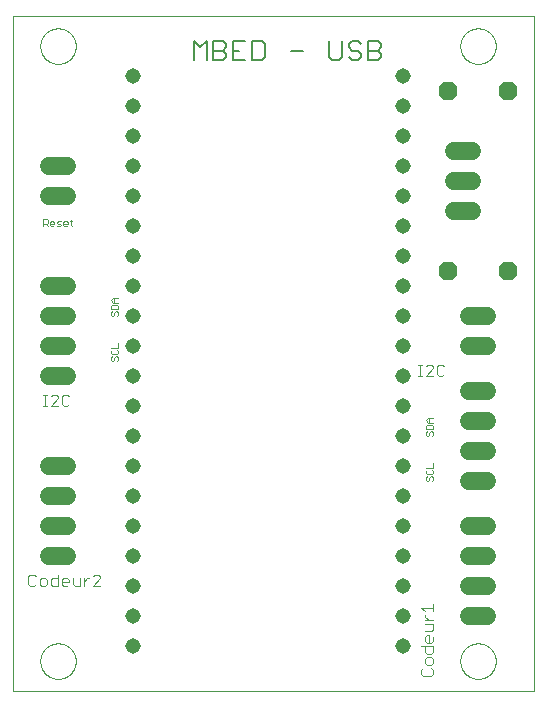
<source format=gtl>
G75*
%MOIN*%
%OFA0B0*%
%FSLAX25Y25*%
%IPPOS*%
%LPD*%
%AMOC8*
5,1,8,0,0,1.08239X$1,22.5*
%
%ADD10C,0.00000*%
%ADD11C,0.00600*%
%ADD12C,0.00300*%
%ADD13C,0.00200*%
%ADD14C,0.05937*%
%ADD15OC8,0.06300*%
%ADD16C,0.06000*%
%ADD17C,0.05150*%
D10*
X0006760Y0002000D02*
X0006760Y0226961D01*
X0180461Y0226961D01*
X0180461Y0002000D01*
X0006760Y0002000D01*
X0015854Y0012000D02*
X0015856Y0012153D01*
X0015862Y0012307D01*
X0015872Y0012460D01*
X0015886Y0012612D01*
X0015904Y0012765D01*
X0015926Y0012916D01*
X0015951Y0013067D01*
X0015981Y0013218D01*
X0016015Y0013368D01*
X0016052Y0013516D01*
X0016093Y0013664D01*
X0016138Y0013810D01*
X0016187Y0013956D01*
X0016240Y0014100D01*
X0016296Y0014242D01*
X0016356Y0014383D01*
X0016420Y0014523D01*
X0016487Y0014661D01*
X0016558Y0014797D01*
X0016633Y0014931D01*
X0016710Y0015063D01*
X0016792Y0015193D01*
X0016876Y0015321D01*
X0016964Y0015447D01*
X0017055Y0015570D01*
X0017149Y0015691D01*
X0017247Y0015809D01*
X0017347Y0015925D01*
X0017451Y0016038D01*
X0017557Y0016149D01*
X0017666Y0016257D01*
X0017778Y0016362D01*
X0017892Y0016463D01*
X0018010Y0016562D01*
X0018129Y0016658D01*
X0018251Y0016751D01*
X0018376Y0016840D01*
X0018503Y0016927D01*
X0018632Y0017009D01*
X0018763Y0017089D01*
X0018896Y0017165D01*
X0019031Y0017238D01*
X0019168Y0017307D01*
X0019307Y0017372D01*
X0019447Y0017434D01*
X0019589Y0017492D01*
X0019732Y0017547D01*
X0019877Y0017598D01*
X0020023Y0017645D01*
X0020170Y0017688D01*
X0020318Y0017727D01*
X0020467Y0017763D01*
X0020617Y0017794D01*
X0020768Y0017822D01*
X0020919Y0017846D01*
X0021072Y0017866D01*
X0021224Y0017882D01*
X0021377Y0017894D01*
X0021530Y0017902D01*
X0021683Y0017906D01*
X0021837Y0017906D01*
X0021990Y0017902D01*
X0022143Y0017894D01*
X0022296Y0017882D01*
X0022448Y0017866D01*
X0022601Y0017846D01*
X0022752Y0017822D01*
X0022903Y0017794D01*
X0023053Y0017763D01*
X0023202Y0017727D01*
X0023350Y0017688D01*
X0023497Y0017645D01*
X0023643Y0017598D01*
X0023788Y0017547D01*
X0023931Y0017492D01*
X0024073Y0017434D01*
X0024213Y0017372D01*
X0024352Y0017307D01*
X0024489Y0017238D01*
X0024624Y0017165D01*
X0024757Y0017089D01*
X0024888Y0017009D01*
X0025017Y0016927D01*
X0025144Y0016840D01*
X0025269Y0016751D01*
X0025391Y0016658D01*
X0025510Y0016562D01*
X0025628Y0016463D01*
X0025742Y0016362D01*
X0025854Y0016257D01*
X0025963Y0016149D01*
X0026069Y0016038D01*
X0026173Y0015925D01*
X0026273Y0015809D01*
X0026371Y0015691D01*
X0026465Y0015570D01*
X0026556Y0015447D01*
X0026644Y0015321D01*
X0026728Y0015193D01*
X0026810Y0015063D01*
X0026887Y0014931D01*
X0026962Y0014797D01*
X0027033Y0014661D01*
X0027100Y0014523D01*
X0027164Y0014383D01*
X0027224Y0014242D01*
X0027280Y0014100D01*
X0027333Y0013956D01*
X0027382Y0013810D01*
X0027427Y0013664D01*
X0027468Y0013516D01*
X0027505Y0013368D01*
X0027539Y0013218D01*
X0027569Y0013067D01*
X0027594Y0012916D01*
X0027616Y0012765D01*
X0027634Y0012612D01*
X0027648Y0012460D01*
X0027658Y0012307D01*
X0027664Y0012153D01*
X0027666Y0012000D01*
X0027664Y0011847D01*
X0027658Y0011693D01*
X0027648Y0011540D01*
X0027634Y0011388D01*
X0027616Y0011235D01*
X0027594Y0011084D01*
X0027569Y0010933D01*
X0027539Y0010782D01*
X0027505Y0010632D01*
X0027468Y0010484D01*
X0027427Y0010336D01*
X0027382Y0010190D01*
X0027333Y0010044D01*
X0027280Y0009900D01*
X0027224Y0009758D01*
X0027164Y0009617D01*
X0027100Y0009477D01*
X0027033Y0009339D01*
X0026962Y0009203D01*
X0026887Y0009069D01*
X0026810Y0008937D01*
X0026728Y0008807D01*
X0026644Y0008679D01*
X0026556Y0008553D01*
X0026465Y0008430D01*
X0026371Y0008309D01*
X0026273Y0008191D01*
X0026173Y0008075D01*
X0026069Y0007962D01*
X0025963Y0007851D01*
X0025854Y0007743D01*
X0025742Y0007638D01*
X0025628Y0007537D01*
X0025510Y0007438D01*
X0025391Y0007342D01*
X0025269Y0007249D01*
X0025144Y0007160D01*
X0025017Y0007073D01*
X0024888Y0006991D01*
X0024757Y0006911D01*
X0024624Y0006835D01*
X0024489Y0006762D01*
X0024352Y0006693D01*
X0024213Y0006628D01*
X0024073Y0006566D01*
X0023931Y0006508D01*
X0023788Y0006453D01*
X0023643Y0006402D01*
X0023497Y0006355D01*
X0023350Y0006312D01*
X0023202Y0006273D01*
X0023053Y0006237D01*
X0022903Y0006206D01*
X0022752Y0006178D01*
X0022601Y0006154D01*
X0022448Y0006134D01*
X0022296Y0006118D01*
X0022143Y0006106D01*
X0021990Y0006098D01*
X0021837Y0006094D01*
X0021683Y0006094D01*
X0021530Y0006098D01*
X0021377Y0006106D01*
X0021224Y0006118D01*
X0021072Y0006134D01*
X0020919Y0006154D01*
X0020768Y0006178D01*
X0020617Y0006206D01*
X0020467Y0006237D01*
X0020318Y0006273D01*
X0020170Y0006312D01*
X0020023Y0006355D01*
X0019877Y0006402D01*
X0019732Y0006453D01*
X0019589Y0006508D01*
X0019447Y0006566D01*
X0019307Y0006628D01*
X0019168Y0006693D01*
X0019031Y0006762D01*
X0018896Y0006835D01*
X0018763Y0006911D01*
X0018632Y0006991D01*
X0018503Y0007073D01*
X0018376Y0007160D01*
X0018251Y0007249D01*
X0018129Y0007342D01*
X0018010Y0007438D01*
X0017892Y0007537D01*
X0017778Y0007638D01*
X0017666Y0007743D01*
X0017557Y0007851D01*
X0017451Y0007962D01*
X0017347Y0008075D01*
X0017247Y0008191D01*
X0017149Y0008309D01*
X0017055Y0008430D01*
X0016964Y0008553D01*
X0016876Y0008679D01*
X0016792Y0008807D01*
X0016710Y0008937D01*
X0016633Y0009069D01*
X0016558Y0009203D01*
X0016487Y0009339D01*
X0016420Y0009477D01*
X0016356Y0009617D01*
X0016296Y0009758D01*
X0016240Y0009900D01*
X0016187Y0010044D01*
X0016138Y0010190D01*
X0016093Y0010336D01*
X0016052Y0010484D01*
X0016015Y0010632D01*
X0015981Y0010782D01*
X0015951Y0010933D01*
X0015926Y0011084D01*
X0015904Y0011235D01*
X0015886Y0011388D01*
X0015872Y0011540D01*
X0015862Y0011693D01*
X0015856Y0011847D01*
X0015854Y0012000D01*
X0155854Y0012000D02*
X0155856Y0012153D01*
X0155862Y0012307D01*
X0155872Y0012460D01*
X0155886Y0012612D01*
X0155904Y0012765D01*
X0155926Y0012916D01*
X0155951Y0013067D01*
X0155981Y0013218D01*
X0156015Y0013368D01*
X0156052Y0013516D01*
X0156093Y0013664D01*
X0156138Y0013810D01*
X0156187Y0013956D01*
X0156240Y0014100D01*
X0156296Y0014242D01*
X0156356Y0014383D01*
X0156420Y0014523D01*
X0156487Y0014661D01*
X0156558Y0014797D01*
X0156633Y0014931D01*
X0156710Y0015063D01*
X0156792Y0015193D01*
X0156876Y0015321D01*
X0156964Y0015447D01*
X0157055Y0015570D01*
X0157149Y0015691D01*
X0157247Y0015809D01*
X0157347Y0015925D01*
X0157451Y0016038D01*
X0157557Y0016149D01*
X0157666Y0016257D01*
X0157778Y0016362D01*
X0157892Y0016463D01*
X0158010Y0016562D01*
X0158129Y0016658D01*
X0158251Y0016751D01*
X0158376Y0016840D01*
X0158503Y0016927D01*
X0158632Y0017009D01*
X0158763Y0017089D01*
X0158896Y0017165D01*
X0159031Y0017238D01*
X0159168Y0017307D01*
X0159307Y0017372D01*
X0159447Y0017434D01*
X0159589Y0017492D01*
X0159732Y0017547D01*
X0159877Y0017598D01*
X0160023Y0017645D01*
X0160170Y0017688D01*
X0160318Y0017727D01*
X0160467Y0017763D01*
X0160617Y0017794D01*
X0160768Y0017822D01*
X0160919Y0017846D01*
X0161072Y0017866D01*
X0161224Y0017882D01*
X0161377Y0017894D01*
X0161530Y0017902D01*
X0161683Y0017906D01*
X0161837Y0017906D01*
X0161990Y0017902D01*
X0162143Y0017894D01*
X0162296Y0017882D01*
X0162448Y0017866D01*
X0162601Y0017846D01*
X0162752Y0017822D01*
X0162903Y0017794D01*
X0163053Y0017763D01*
X0163202Y0017727D01*
X0163350Y0017688D01*
X0163497Y0017645D01*
X0163643Y0017598D01*
X0163788Y0017547D01*
X0163931Y0017492D01*
X0164073Y0017434D01*
X0164213Y0017372D01*
X0164352Y0017307D01*
X0164489Y0017238D01*
X0164624Y0017165D01*
X0164757Y0017089D01*
X0164888Y0017009D01*
X0165017Y0016927D01*
X0165144Y0016840D01*
X0165269Y0016751D01*
X0165391Y0016658D01*
X0165510Y0016562D01*
X0165628Y0016463D01*
X0165742Y0016362D01*
X0165854Y0016257D01*
X0165963Y0016149D01*
X0166069Y0016038D01*
X0166173Y0015925D01*
X0166273Y0015809D01*
X0166371Y0015691D01*
X0166465Y0015570D01*
X0166556Y0015447D01*
X0166644Y0015321D01*
X0166728Y0015193D01*
X0166810Y0015063D01*
X0166887Y0014931D01*
X0166962Y0014797D01*
X0167033Y0014661D01*
X0167100Y0014523D01*
X0167164Y0014383D01*
X0167224Y0014242D01*
X0167280Y0014100D01*
X0167333Y0013956D01*
X0167382Y0013810D01*
X0167427Y0013664D01*
X0167468Y0013516D01*
X0167505Y0013368D01*
X0167539Y0013218D01*
X0167569Y0013067D01*
X0167594Y0012916D01*
X0167616Y0012765D01*
X0167634Y0012612D01*
X0167648Y0012460D01*
X0167658Y0012307D01*
X0167664Y0012153D01*
X0167666Y0012000D01*
X0167664Y0011847D01*
X0167658Y0011693D01*
X0167648Y0011540D01*
X0167634Y0011388D01*
X0167616Y0011235D01*
X0167594Y0011084D01*
X0167569Y0010933D01*
X0167539Y0010782D01*
X0167505Y0010632D01*
X0167468Y0010484D01*
X0167427Y0010336D01*
X0167382Y0010190D01*
X0167333Y0010044D01*
X0167280Y0009900D01*
X0167224Y0009758D01*
X0167164Y0009617D01*
X0167100Y0009477D01*
X0167033Y0009339D01*
X0166962Y0009203D01*
X0166887Y0009069D01*
X0166810Y0008937D01*
X0166728Y0008807D01*
X0166644Y0008679D01*
X0166556Y0008553D01*
X0166465Y0008430D01*
X0166371Y0008309D01*
X0166273Y0008191D01*
X0166173Y0008075D01*
X0166069Y0007962D01*
X0165963Y0007851D01*
X0165854Y0007743D01*
X0165742Y0007638D01*
X0165628Y0007537D01*
X0165510Y0007438D01*
X0165391Y0007342D01*
X0165269Y0007249D01*
X0165144Y0007160D01*
X0165017Y0007073D01*
X0164888Y0006991D01*
X0164757Y0006911D01*
X0164624Y0006835D01*
X0164489Y0006762D01*
X0164352Y0006693D01*
X0164213Y0006628D01*
X0164073Y0006566D01*
X0163931Y0006508D01*
X0163788Y0006453D01*
X0163643Y0006402D01*
X0163497Y0006355D01*
X0163350Y0006312D01*
X0163202Y0006273D01*
X0163053Y0006237D01*
X0162903Y0006206D01*
X0162752Y0006178D01*
X0162601Y0006154D01*
X0162448Y0006134D01*
X0162296Y0006118D01*
X0162143Y0006106D01*
X0161990Y0006098D01*
X0161837Y0006094D01*
X0161683Y0006094D01*
X0161530Y0006098D01*
X0161377Y0006106D01*
X0161224Y0006118D01*
X0161072Y0006134D01*
X0160919Y0006154D01*
X0160768Y0006178D01*
X0160617Y0006206D01*
X0160467Y0006237D01*
X0160318Y0006273D01*
X0160170Y0006312D01*
X0160023Y0006355D01*
X0159877Y0006402D01*
X0159732Y0006453D01*
X0159589Y0006508D01*
X0159447Y0006566D01*
X0159307Y0006628D01*
X0159168Y0006693D01*
X0159031Y0006762D01*
X0158896Y0006835D01*
X0158763Y0006911D01*
X0158632Y0006991D01*
X0158503Y0007073D01*
X0158376Y0007160D01*
X0158251Y0007249D01*
X0158129Y0007342D01*
X0158010Y0007438D01*
X0157892Y0007537D01*
X0157778Y0007638D01*
X0157666Y0007743D01*
X0157557Y0007851D01*
X0157451Y0007962D01*
X0157347Y0008075D01*
X0157247Y0008191D01*
X0157149Y0008309D01*
X0157055Y0008430D01*
X0156964Y0008553D01*
X0156876Y0008679D01*
X0156792Y0008807D01*
X0156710Y0008937D01*
X0156633Y0009069D01*
X0156558Y0009203D01*
X0156487Y0009339D01*
X0156420Y0009477D01*
X0156356Y0009617D01*
X0156296Y0009758D01*
X0156240Y0009900D01*
X0156187Y0010044D01*
X0156138Y0010190D01*
X0156093Y0010336D01*
X0156052Y0010484D01*
X0156015Y0010632D01*
X0155981Y0010782D01*
X0155951Y0010933D01*
X0155926Y0011084D01*
X0155904Y0011235D01*
X0155886Y0011388D01*
X0155872Y0011540D01*
X0155862Y0011693D01*
X0155856Y0011847D01*
X0155854Y0012000D01*
X0155854Y0217000D02*
X0155856Y0217153D01*
X0155862Y0217307D01*
X0155872Y0217460D01*
X0155886Y0217612D01*
X0155904Y0217765D01*
X0155926Y0217916D01*
X0155951Y0218067D01*
X0155981Y0218218D01*
X0156015Y0218368D01*
X0156052Y0218516D01*
X0156093Y0218664D01*
X0156138Y0218810D01*
X0156187Y0218956D01*
X0156240Y0219100D01*
X0156296Y0219242D01*
X0156356Y0219383D01*
X0156420Y0219523D01*
X0156487Y0219661D01*
X0156558Y0219797D01*
X0156633Y0219931D01*
X0156710Y0220063D01*
X0156792Y0220193D01*
X0156876Y0220321D01*
X0156964Y0220447D01*
X0157055Y0220570D01*
X0157149Y0220691D01*
X0157247Y0220809D01*
X0157347Y0220925D01*
X0157451Y0221038D01*
X0157557Y0221149D01*
X0157666Y0221257D01*
X0157778Y0221362D01*
X0157892Y0221463D01*
X0158010Y0221562D01*
X0158129Y0221658D01*
X0158251Y0221751D01*
X0158376Y0221840D01*
X0158503Y0221927D01*
X0158632Y0222009D01*
X0158763Y0222089D01*
X0158896Y0222165D01*
X0159031Y0222238D01*
X0159168Y0222307D01*
X0159307Y0222372D01*
X0159447Y0222434D01*
X0159589Y0222492D01*
X0159732Y0222547D01*
X0159877Y0222598D01*
X0160023Y0222645D01*
X0160170Y0222688D01*
X0160318Y0222727D01*
X0160467Y0222763D01*
X0160617Y0222794D01*
X0160768Y0222822D01*
X0160919Y0222846D01*
X0161072Y0222866D01*
X0161224Y0222882D01*
X0161377Y0222894D01*
X0161530Y0222902D01*
X0161683Y0222906D01*
X0161837Y0222906D01*
X0161990Y0222902D01*
X0162143Y0222894D01*
X0162296Y0222882D01*
X0162448Y0222866D01*
X0162601Y0222846D01*
X0162752Y0222822D01*
X0162903Y0222794D01*
X0163053Y0222763D01*
X0163202Y0222727D01*
X0163350Y0222688D01*
X0163497Y0222645D01*
X0163643Y0222598D01*
X0163788Y0222547D01*
X0163931Y0222492D01*
X0164073Y0222434D01*
X0164213Y0222372D01*
X0164352Y0222307D01*
X0164489Y0222238D01*
X0164624Y0222165D01*
X0164757Y0222089D01*
X0164888Y0222009D01*
X0165017Y0221927D01*
X0165144Y0221840D01*
X0165269Y0221751D01*
X0165391Y0221658D01*
X0165510Y0221562D01*
X0165628Y0221463D01*
X0165742Y0221362D01*
X0165854Y0221257D01*
X0165963Y0221149D01*
X0166069Y0221038D01*
X0166173Y0220925D01*
X0166273Y0220809D01*
X0166371Y0220691D01*
X0166465Y0220570D01*
X0166556Y0220447D01*
X0166644Y0220321D01*
X0166728Y0220193D01*
X0166810Y0220063D01*
X0166887Y0219931D01*
X0166962Y0219797D01*
X0167033Y0219661D01*
X0167100Y0219523D01*
X0167164Y0219383D01*
X0167224Y0219242D01*
X0167280Y0219100D01*
X0167333Y0218956D01*
X0167382Y0218810D01*
X0167427Y0218664D01*
X0167468Y0218516D01*
X0167505Y0218368D01*
X0167539Y0218218D01*
X0167569Y0218067D01*
X0167594Y0217916D01*
X0167616Y0217765D01*
X0167634Y0217612D01*
X0167648Y0217460D01*
X0167658Y0217307D01*
X0167664Y0217153D01*
X0167666Y0217000D01*
X0167664Y0216847D01*
X0167658Y0216693D01*
X0167648Y0216540D01*
X0167634Y0216388D01*
X0167616Y0216235D01*
X0167594Y0216084D01*
X0167569Y0215933D01*
X0167539Y0215782D01*
X0167505Y0215632D01*
X0167468Y0215484D01*
X0167427Y0215336D01*
X0167382Y0215190D01*
X0167333Y0215044D01*
X0167280Y0214900D01*
X0167224Y0214758D01*
X0167164Y0214617D01*
X0167100Y0214477D01*
X0167033Y0214339D01*
X0166962Y0214203D01*
X0166887Y0214069D01*
X0166810Y0213937D01*
X0166728Y0213807D01*
X0166644Y0213679D01*
X0166556Y0213553D01*
X0166465Y0213430D01*
X0166371Y0213309D01*
X0166273Y0213191D01*
X0166173Y0213075D01*
X0166069Y0212962D01*
X0165963Y0212851D01*
X0165854Y0212743D01*
X0165742Y0212638D01*
X0165628Y0212537D01*
X0165510Y0212438D01*
X0165391Y0212342D01*
X0165269Y0212249D01*
X0165144Y0212160D01*
X0165017Y0212073D01*
X0164888Y0211991D01*
X0164757Y0211911D01*
X0164624Y0211835D01*
X0164489Y0211762D01*
X0164352Y0211693D01*
X0164213Y0211628D01*
X0164073Y0211566D01*
X0163931Y0211508D01*
X0163788Y0211453D01*
X0163643Y0211402D01*
X0163497Y0211355D01*
X0163350Y0211312D01*
X0163202Y0211273D01*
X0163053Y0211237D01*
X0162903Y0211206D01*
X0162752Y0211178D01*
X0162601Y0211154D01*
X0162448Y0211134D01*
X0162296Y0211118D01*
X0162143Y0211106D01*
X0161990Y0211098D01*
X0161837Y0211094D01*
X0161683Y0211094D01*
X0161530Y0211098D01*
X0161377Y0211106D01*
X0161224Y0211118D01*
X0161072Y0211134D01*
X0160919Y0211154D01*
X0160768Y0211178D01*
X0160617Y0211206D01*
X0160467Y0211237D01*
X0160318Y0211273D01*
X0160170Y0211312D01*
X0160023Y0211355D01*
X0159877Y0211402D01*
X0159732Y0211453D01*
X0159589Y0211508D01*
X0159447Y0211566D01*
X0159307Y0211628D01*
X0159168Y0211693D01*
X0159031Y0211762D01*
X0158896Y0211835D01*
X0158763Y0211911D01*
X0158632Y0211991D01*
X0158503Y0212073D01*
X0158376Y0212160D01*
X0158251Y0212249D01*
X0158129Y0212342D01*
X0158010Y0212438D01*
X0157892Y0212537D01*
X0157778Y0212638D01*
X0157666Y0212743D01*
X0157557Y0212851D01*
X0157451Y0212962D01*
X0157347Y0213075D01*
X0157247Y0213191D01*
X0157149Y0213309D01*
X0157055Y0213430D01*
X0156964Y0213553D01*
X0156876Y0213679D01*
X0156792Y0213807D01*
X0156710Y0213937D01*
X0156633Y0214069D01*
X0156558Y0214203D01*
X0156487Y0214339D01*
X0156420Y0214477D01*
X0156356Y0214617D01*
X0156296Y0214758D01*
X0156240Y0214900D01*
X0156187Y0215044D01*
X0156138Y0215190D01*
X0156093Y0215336D01*
X0156052Y0215484D01*
X0156015Y0215632D01*
X0155981Y0215782D01*
X0155951Y0215933D01*
X0155926Y0216084D01*
X0155904Y0216235D01*
X0155886Y0216388D01*
X0155872Y0216540D01*
X0155862Y0216693D01*
X0155856Y0216847D01*
X0155854Y0217000D01*
X0015854Y0217000D02*
X0015856Y0217153D01*
X0015862Y0217307D01*
X0015872Y0217460D01*
X0015886Y0217612D01*
X0015904Y0217765D01*
X0015926Y0217916D01*
X0015951Y0218067D01*
X0015981Y0218218D01*
X0016015Y0218368D01*
X0016052Y0218516D01*
X0016093Y0218664D01*
X0016138Y0218810D01*
X0016187Y0218956D01*
X0016240Y0219100D01*
X0016296Y0219242D01*
X0016356Y0219383D01*
X0016420Y0219523D01*
X0016487Y0219661D01*
X0016558Y0219797D01*
X0016633Y0219931D01*
X0016710Y0220063D01*
X0016792Y0220193D01*
X0016876Y0220321D01*
X0016964Y0220447D01*
X0017055Y0220570D01*
X0017149Y0220691D01*
X0017247Y0220809D01*
X0017347Y0220925D01*
X0017451Y0221038D01*
X0017557Y0221149D01*
X0017666Y0221257D01*
X0017778Y0221362D01*
X0017892Y0221463D01*
X0018010Y0221562D01*
X0018129Y0221658D01*
X0018251Y0221751D01*
X0018376Y0221840D01*
X0018503Y0221927D01*
X0018632Y0222009D01*
X0018763Y0222089D01*
X0018896Y0222165D01*
X0019031Y0222238D01*
X0019168Y0222307D01*
X0019307Y0222372D01*
X0019447Y0222434D01*
X0019589Y0222492D01*
X0019732Y0222547D01*
X0019877Y0222598D01*
X0020023Y0222645D01*
X0020170Y0222688D01*
X0020318Y0222727D01*
X0020467Y0222763D01*
X0020617Y0222794D01*
X0020768Y0222822D01*
X0020919Y0222846D01*
X0021072Y0222866D01*
X0021224Y0222882D01*
X0021377Y0222894D01*
X0021530Y0222902D01*
X0021683Y0222906D01*
X0021837Y0222906D01*
X0021990Y0222902D01*
X0022143Y0222894D01*
X0022296Y0222882D01*
X0022448Y0222866D01*
X0022601Y0222846D01*
X0022752Y0222822D01*
X0022903Y0222794D01*
X0023053Y0222763D01*
X0023202Y0222727D01*
X0023350Y0222688D01*
X0023497Y0222645D01*
X0023643Y0222598D01*
X0023788Y0222547D01*
X0023931Y0222492D01*
X0024073Y0222434D01*
X0024213Y0222372D01*
X0024352Y0222307D01*
X0024489Y0222238D01*
X0024624Y0222165D01*
X0024757Y0222089D01*
X0024888Y0222009D01*
X0025017Y0221927D01*
X0025144Y0221840D01*
X0025269Y0221751D01*
X0025391Y0221658D01*
X0025510Y0221562D01*
X0025628Y0221463D01*
X0025742Y0221362D01*
X0025854Y0221257D01*
X0025963Y0221149D01*
X0026069Y0221038D01*
X0026173Y0220925D01*
X0026273Y0220809D01*
X0026371Y0220691D01*
X0026465Y0220570D01*
X0026556Y0220447D01*
X0026644Y0220321D01*
X0026728Y0220193D01*
X0026810Y0220063D01*
X0026887Y0219931D01*
X0026962Y0219797D01*
X0027033Y0219661D01*
X0027100Y0219523D01*
X0027164Y0219383D01*
X0027224Y0219242D01*
X0027280Y0219100D01*
X0027333Y0218956D01*
X0027382Y0218810D01*
X0027427Y0218664D01*
X0027468Y0218516D01*
X0027505Y0218368D01*
X0027539Y0218218D01*
X0027569Y0218067D01*
X0027594Y0217916D01*
X0027616Y0217765D01*
X0027634Y0217612D01*
X0027648Y0217460D01*
X0027658Y0217307D01*
X0027664Y0217153D01*
X0027666Y0217000D01*
X0027664Y0216847D01*
X0027658Y0216693D01*
X0027648Y0216540D01*
X0027634Y0216388D01*
X0027616Y0216235D01*
X0027594Y0216084D01*
X0027569Y0215933D01*
X0027539Y0215782D01*
X0027505Y0215632D01*
X0027468Y0215484D01*
X0027427Y0215336D01*
X0027382Y0215190D01*
X0027333Y0215044D01*
X0027280Y0214900D01*
X0027224Y0214758D01*
X0027164Y0214617D01*
X0027100Y0214477D01*
X0027033Y0214339D01*
X0026962Y0214203D01*
X0026887Y0214069D01*
X0026810Y0213937D01*
X0026728Y0213807D01*
X0026644Y0213679D01*
X0026556Y0213553D01*
X0026465Y0213430D01*
X0026371Y0213309D01*
X0026273Y0213191D01*
X0026173Y0213075D01*
X0026069Y0212962D01*
X0025963Y0212851D01*
X0025854Y0212743D01*
X0025742Y0212638D01*
X0025628Y0212537D01*
X0025510Y0212438D01*
X0025391Y0212342D01*
X0025269Y0212249D01*
X0025144Y0212160D01*
X0025017Y0212073D01*
X0024888Y0211991D01*
X0024757Y0211911D01*
X0024624Y0211835D01*
X0024489Y0211762D01*
X0024352Y0211693D01*
X0024213Y0211628D01*
X0024073Y0211566D01*
X0023931Y0211508D01*
X0023788Y0211453D01*
X0023643Y0211402D01*
X0023497Y0211355D01*
X0023350Y0211312D01*
X0023202Y0211273D01*
X0023053Y0211237D01*
X0022903Y0211206D01*
X0022752Y0211178D01*
X0022601Y0211154D01*
X0022448Y0211134D01*
X0022296Y0211118D01*
X0022143Y0211106D01*
X0021990Y0211098D01*
X0021837Y0211094D01*
X0021683Y0211094D01*
X0021530Y0211098D01*
X0021377Y0211106D01*
X0021224Y0211118D01*
X0021072Y0211134D01*
X0020919Y0211154D01*
X0020768Y0211178D01*
X0020617Y0211206D01*
X0020467Y0211237D01*
X0020318Y0211273D01*
X0020170Y0211312D01*
X0020023Y0211355D01*
X0019877Y0211402D01*
X0019732Y0211453D01*
X0019589Y0211508D01*
X0019447Y0211566D01*
X0019307Y0211628D01*
X0019168Y0211693D01*
X0019031Y0211762D01*
X0018896Y0211835D01*
X0018763Y0211911D01*
X0018632Y0211991D01*
X0018503Y0212073D01*
X0018376Y0212160D01*
X0018251Y0212249D01*
X0018129Y0212342D01*
X0018010Y0212438D01*
X0017892Y0212537D01*
X0017778Y0212638D01*
X0017666Y0212743D01*
X0017557Y0212851D01*
X0017451Y0212962D01*
X0017347Y0213075D01*
X0017247Y0213191D01*
X0017149Y0213309D01*
X0017055Y0213430D01*
X0016964Y0213553D01*
X0016876Y0213679D01*
X0016792Y0213807D01*
X0016710Y0213937D01*
X0016633Y0214069D01*
X0016558Y0214203D01*
X0016487Y0214339D01*
X0016420Y0214477D01*
X0016356Y0214617D01*
X0016296Y0214758D01*
X0016240Y0214900D01*
X0016187Y0215044D01*
X0016138Y0215190D01*
X0016093Y0215336D01*
X0016052Y0215484D01*
X0016015Y0215632D01*
X0015981Y0215782D01*
X0015951Y0215933D01*
X0015926Y0216084D01*
X0015904Y0216235D01*
X0015886Y0216388D01*
X0015872Y0216540D01*
X0015862Y0216693D01*
X0015856Y0216847D01*
X0015854Y0217000D01*
D11*
X0067060Y0218705D02*
X0067060Y0212300D01*
X0071330Y0212300D02*
X0071330Y0218705D01*
X0069195Y0216570D01*
X0067060Y0218705D01*
X0073505Y0218705D02*
X0073505Y0212300D01*
X0076708Y0212300D01*
X0077776Y0213368D01*
X0077776Y0214435D01*
X0076708Y0215503D01*
X0073505Y0215503D01*
X0073505Y0218705D02*
X0076708Y0218705D01*
X0077776Y0217638D01*
X0077776Y0216570D01*
X0076708Y0215503D01*
X0079951Y0215503D02*
X0082086Y0215503D01*
X0079951Y0218705D02*
X0079951Y0212300D01*
X0084221Y0212300D01*
X0086396Y0212300D02*
X0089599Y0212300D01*
X0090667Y0213368D01*
X0090667Y0217638D01*
X0089599Y0218705D01*
X0086396Y0218705D01*
X0086396Y0212300D01*
X0084221Y0218705D02*
X0079951Y0218705D01*
X0099287Y0215503D02*
X0103558Y0215503D01*
X0112178Y0213368D02*
X0113246Y0212300D01*
X0115381Y0212300D01*
X0116449Y0213368D01*
X0116449Y0218705D01*
X0118624Y0217638D02*
X0118624Y0216570D01*
X0119692Y0215503D01*
X0121827Y0215503D01*
X0122894Y0214435D01*
X0122894Y0213368D01*
X0121827Y0212300D01*
X0119692Y0212300D01*
X0118624Y0213368D01*
X0118624Y0217638D02*
X0119692Y0218705D01*
X0121827Y0218705D01*
X0122894Y0217638D01*
X0125069Y0218705D02*
X0128272Y0218705D01*
X0129340Y0217638D01*
X0129340Y0216570D01*
X0128272Y0215503D01*
X0125069Y0215503D01*
X0125069Y0218705D02*
X0125069Y0212300D01*
X0128272Y0212300D01*
X0129340Y0213368D01*
X0129340Y0214435D01*
X0128272Y0215503D01*
X0112178Y0213368D02*
X0112178Y0218705D01*
D12*
X0141910Y0110853D02*
X0143144Y0110853D01*
X0142527Y0110853D02*
X0142527Y0107150D01*
X0141910Y0107150D02*
X0143144Y0107150D01*
X0144365Y0107150D02*
X0146834Y0109619D01*
X0146834Y0110236D01*
X0146217Y0110853D01*
X0144983Y0110853D01*
X0144365Y0110236D01*
X0144365Y0107150D02*
X0146834Y0107150D01*
X0148049Y0107767D02*
X0148049Y0110236D01*
X0148666Y0110853D01*
X0149900Y0110853D01*
X0150517Y0110236D01*
X0150517Y0107767D02*
X0149900Y0107150D01*
X0148666Y0107150D01*
X0148049Y0107767D01*
X0146610Y0031104D02*
X0146610Y0028635D01*
X0146610Y0029869D02*
X0142907Y0029869D01*
X0144141Y0028635D01*
X0144141Y0027417D02*
X0144141Y0026800D01*
X0145376Y0025566D01*
X0146610Y0025566D02*
X0144141Y0025566D01*
X0144141Y0024351D02*
X0146610Y0024351D01*
X0146610Y0022500D01*
X0145993Y0021883D01*
X0144141Y0021883D01*
X0144758Y0020668D02*
X0145376Y0020668D01*
X0145376Y0018199D01*
X0145993Y0018199D02*
X0144758Y0018199D01*
X0144141Y0018817D01*
X0144141Y0020051D01*
X0144758Y0020668D01*
X0146610Y0020051D02*
X0146610Y0018817D01*
X0145993Y0018199D01*
X0146610Y0016985D02*
X0146610Y0015133D01*
X0145993Y0014516D01*
X0144758Y0014516D01*
X0144141Y0015133D01*
X0144141Y0016985D01*
X0142907Y0016985D02*
X0146610Y0016985D01*
X0145993Y0013302D02*
X0144758Y0013302D01*
X0144141Y0012685D01*
X0144141Y0011450D01*
X0144758Y0010833D01*
X0145993Y0010833D01*
X0146610Y0011450D01*
X0146610Y0012685D01*
X0145993Y0013302D01*
X0145993Y0009619D02*
X0146610Y0009002D01*
X0146610Y0007767D01*
X0145993Y0007150D01*
X0143524Y0007150D01*
X0142907Y0007767D01*
X0142907Y0009002D01*
X0143524Y0009619D01*
X0035864Y0037150D02*
X0033395Y0037150D01*
X0035864Y0039619D01*
X0035864Y0040236D01*
X0035247Y0040853D01*
X0034012Y0040853D01*
X0033395Y0040236D01*
X0032177Y0039619D02*
X0031560Y0039619D01*
X0030326Y0038384D01*
X0030326Y0037150D02*
X0030326Y0039619D01*
X0029111Y0039619D02*
X0029111Y0037150D01*
X0027260Y0037150D01*
X0026643Y0037767D01*
X0026643Y0039619D01*
X0025428Y0039002D02*
X0025428Y0038384D01*
X0022959Y0038384D01*
X0022959Y0037767D02*
X0022959Y0039002D01*
X0023577Y0039619D01*
X0024811Y0039619D01*
X0025428Y0039002D01*
X0024811Y0037150D02*
X0023577Y0037150D01*
X0022959Y0037767D01*
X0021745Y0037150D02*
X0021745Y0040853D01*
X0021745Y0039619D02*
X0019893Y0039619D01*
X0019276Y0039002D01*
X0019276Y0037767D01*
X0019893Y0037150D01*
X0021745Y0037150D01*
X0018062Y0037767D02*
X0018062Y0039002D01*
X0017445Y0039619D01*
X0016210Y0039619D01*
X0015593Y0039002D01*
X0015593Y0037767D01*
X0016210Y0037150D01*
X0017445Y0037150D01*
X0018062Y0037767D01*
X0014379Y0037767D02*
X0013762Y0037150D01*
X0012527Y0037150D01*
X0011910Y0037767D01*
X0011910Y0040236D01*
X0012527Y0040853D01*
X0013762Y0040853D01*
X0014379Y0040236D01*
X0016910Y0097150D02*
X0018144Y0097150D01*
X0017527Y0097150D02*
X0017527Y0100853D01*
X0016910Y0100853D02*
X0018144Y0100853D01*
X0019365Y0100236D02*
X0019983Y0100853D01*
X0021217Y0100853D01*
X0021834Y0100236D01*
X0021834Y0099619D01*
X0019365Y0097150D01*
X0021834Y0097150D01*
X0023049Y0097767D02*
X0023049Y0100236D01*
X0023666Y0100853D01*
X0024900Y0100853D01*
X0025517Y0100236D01*
X0025517Y0097767D02*
X0024900Y0097150D01*
X0023666Y0097150D01*
X0023049Y0097767D01*
D13*
X0039458Y0112467D02*
X0039825Y0112100D01*
X0040192Y0112100D01*
X0040559Y0112467D01*
X0040559Y0113201D01*
X0040926Y0113568D01*
X0041293Y0113568D01*
X0041660Y0113201D01*
X0041660Y0112467D01*
X0041293Y0112100D01*
X0039458Y0112467D02*
X0039458Y0113201D01*
X0039825Y0113568D01*
X0039825Y0114310D02*
X0041293Y0114310D01*
X0041660Y0114677D01*
X0041660Y0115411D01*
X0041293Y0115778D01*
X0041660Y0116520D02*
X0041660Y0117988D01*
X0041660Y0116520D02*
X0039458Y0116520D01*
X0039825Y0115778D02*
X0039458Y0115411D01*
X0039458Y0114677D01*
X0039825Y0114310D01*
X0039825Y0127100D02*
X0040192Y0127100D01*
X0040559Y0127467D01*
X0040559Y0128201D01*
X0040926Y0128568D01*
X0041293Y0128568D01*
X0041660Y0128201D01*
X0041660Y0127467D01*
X0041293Y0127100D01*
X0039825Y0127100D02*
X0039458Y0127467D01*
X0039458Y0128201D01*
X0039825Y0128568D01*
X0039458Y0129310D02*
X0039458Y0130411D01*
X0039825Y0130778D01*
X0041293Y0130778D01*
X0041660Y0130411D01*
X0041660Y0129310D01*
X0039458Y0129310D01*
X0040192Y0131520D02*
X0039458Y0132254D01*
X0040192Y0132988D01*
X0041660Y0132988D01*
X0040559Y0132988D02*
X0040559Y0131520D01*
X0040192Y0131520D02*
X0041660Y0131520D01*
X0026433Y0157100D02*
X0026066Y0157467D01*
X0026066Y0158935D01*
X0025700Y0158568D02*
X0026433Y0158568D01*
X0024958Y0158201D02*
X0024958Y0157834D01*
X0023490Y0157834D01*
X0023490Y0158201D02*
X0023857Y0158568D01*
X0024591Y0158568D01*
X0024958Y0158201D01*
X0024591Y0157100D02*
X0023857Y0157100D01*
X0023490Y0157467D01*
X0023490Y0158201D01*
X0022748Y0158568D02*
X0021647Y0158568D01*
X0021280Y0158201D01*
X0021647Y0157834D01*
X0022381Y0157834D01*
X0022748Y0157467D01*
X0022381Y0157100D01*
X0021280Y0157100D01*
X0020538Y0157834D02*
X0019070Y0157834D01*
X0019070Y0158201D02*
X0019437Y0158568D01*
X0020171Y0158568D01*
X0020538Y0158201D01*
X0020538Y0157834D01*
X0020171Y0157100D02*
X0019437Y0157100D01*
X0019070Y0157467D01*
X0019070Y0158201D01*
X0018328Y0158201D02*
X0018328Y0158935D01*
X0017961Y0159302D01*
X0016860Y0159302D01*
X0016860Y0157100D01*
X0016860Y0157834D02*
X0017961Y0157834D01*
X0018328Y0158201D01*
X0017594Y0157834D02*
X0018328Y0157100D01*
X0144458Y0092254D02*
X0145192Y0091520D01*
X0146660Y0091520D01*
X0146293Y0090778D02*
X0144825Y0090778D01*
X0144458Y0090411D01*
X0144458Y0089310D01*
X0146660Y0089310D01*
X0146660Y0090411D01*
X0146293Y0090778D01*
X0145559Y0091520D02*
X0145559Y0092988D01*
X0145192Y0092988D02*
X0146660Y0092988D01*
X0145192Y0092988D02*
X0144458Y0092254D01*
X0144825Y0088568D02*
X0144458Y0088201D01*
X0144458Y0087467D01*
X0144825Y0087100D01*
X0145192Y0087100D01*
X0145559Y0087467D01*
X0145559Y0088201D01*
X0145926Y0088568D01*
X0146293Y0088568D01*
X0146660Y0088201D01*
X0146660Y0087467D01*
X0146293Y0087100D01*
X0146660Y0077988D02*
X0146660Y0076520D01*
X0144458Y0076520D01*
X0144825Y0075778D02*
X0144458Y0075411D01*
X0144458Y0074677D01*
X0144825Y0074310D01*
X0146293Y0074310D01*
X0146660Y0074677D01*
X0146660Y0075411D01*
X0146293Y0075778D01*
X0146293Y0073568D02*
X0145926Y0073568D01*
X0145559Y0073201D01*
X0145559Y0072467D01*
X0145192Y0072100D01*
X0144825Y0072100D01*
X0144458Y0072467D01*
X0144458Y0073201D01*
X0144825Y0073568D01*
X0146293Y0073568D02*
X0146660Y0073201D01*
X0146660Y0072467D01*
X0146293Y0072100D01*
D14*
X0158791Y0072000D02*
X0164728Y0072000D01*
X0164728Y0082000D02*
X0158791Y0082000D01*
X0158791Y0092000D02*
X0164728Y0092000D01*
X0164728Y0102000D02*
X0158791Y0102000D01*
X0158791Y0117000D02*
X0164728Y0117000D01*
X0164728Y0127000D02*
X0158791Y0127000D01*
X0158791Y0057000D02*
X0164728Y0057000D01*
X0164728Y0047000D02*
X0158791Y0047000D01*
X0158791Y0037000D02*
X0164728Y0037000D01*
X0164728Y0027000D02*
X0158791Y0027000D01*
X0024728Y0047000D02*
X0018791Y0047000D01*
X0018791Y0057000D02*
X0024728Y0057000D01*
X0024728Y0067000D02*
X0018791Y0067000D01*
X0018791Y0077000D02*
X0024728Y0077000D01*
X0024728Y0107000D02*
X0018791Y0107000D01*
X0018791Y0117000D02*
X0024728Y0117000D01*
X0024728Y0127000D02*
X0018791Y0127000D01*
X0018791Y0137000D02*
X0024728Y0137000D01*
X0024728Y0167000D02*
X0018791Y0167000D01*
X0018791Y0177000D02*
X0024728Y0177000D01*
D15*
X0151760Y0202000D03*
X0171760Y0202000D03*
X0171760Y0142000D03*
X0151760Y0142000D03*
D16*
X0153760Y0162000D02*
X0159760Y0162000D01*
X0159760Y0172000D02*
X0153760Y0172000D01*
X0153760Y0182000D02*
X0159760Y0182000D01*
D17*
X0136760Y0177000D03*
X0136760Y0167000D03*
X0136760Y0157000D03*
X0136760Y0147000D03*
X0136760Y0137000D03*
X0136760Y0127000D03*
X0136760Y0117000D03*
X0136760Y0107000D03*
X0136760Y0097000D03*
X0136760Y0087000D03*
X0136760Y0077000D03*
X0136760Y0067000D03*
X0136760Y0057000D03*
X0136760Y0047000D03*
X0136760Y0037000D03*
X0136760Y0027000D03*
X0136760Y0017000D03*
X0046760Y0017000D03*
X0046760Y0027000D03*
X0046760Y0037000D03*
X0046760Y0047000D03*
X0046760Y0057000D03*
X0046760Y0067000D03*
X0046760Y0077000D03*
X0046760Y0087000D03*
X0046760Y0097000D03*
X0046760Y0107000D03*
X0046760Y0117000D03*
X0046760Y0127000D03*
X0046760Y0137000D03*
X0046760Y0147000D03*
X0046760Y0157000D03*
X0046760Y0167000D03*
X0046760Y0177000D03*
X0046760Y0187000D03*
X0046760Y0197000D03*
X0046760Y0207000D03*
X0136760Y0207000D03*
X0136760Y0197000D03*
X0136760Y0187000D03*
M02*

</source>
